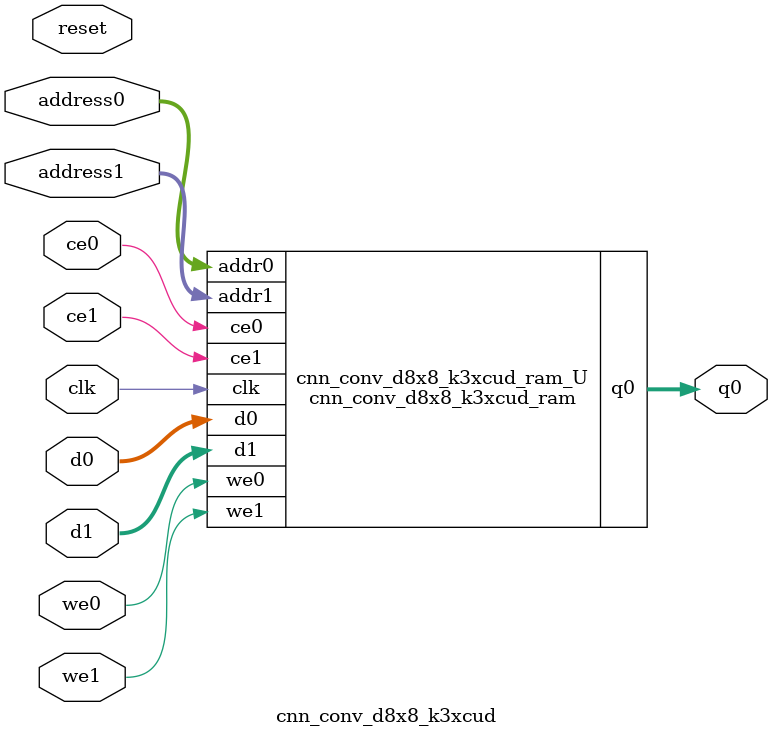
<source format=v>

`timescale 1 ns / 1 ps
module cnn_conv_d8x8_k3xcud_ram (addr0, ce0, d0, we0, q0, addr1, ce1, d1, we1,  clk);

parameter DWIDTH = 32;
parameter AWIDTH = 3;
parameter MEM_SIZE = 8;

input[AWIDTH-1:0] addr0;
input ce0;
input[DWIDTH-1:0] d0;
input we0;
output reg[DWIDTH-1:0] q0;
input[AWIDTH-1:0] addr1;
input ce1;
input[DWIDTH-1:0] d1;
input we1;
input clk;

(* ram_style = "block" *)reg [DWIDTH-1:0] ram[0:MEM_SIZE-1];




always @(posedge clk)  
begin 
    if (ce0) 
    begin
        if (we0) 
        begin 
            ram[addr0] <= d0; 
            q0 <= d0;
        end 
        else 
            q0 <= ram[addr0];
    end
end


always @(posedge clk)  
begin 
    if (ce1) 
    begin
        if (we1) 
        begin 
            ram[addr1] <= d1; 
        end 
    end
end


endmodule


`timescale 1 ns / 1 ps
module cnn_conv_d8x8_k3xcud(
    reset,
    clk,
    address0,
    ce0,
    we0,
    d0,
    q0,
    address1,
    ce1,
    we1,
    d1);

parameter DataWidth = 32'd32;
parameter AddressRange = 32'd8;
parameter AddressWidth = 32'd3;
input reset;
input clk;
input[AddressWidth - 1:0] address0;
input ce0;
input we0;
input[DataWidth - 1:0] d0;
output[DataWidth - 1:0] q0;
input[AddressWidth - 1:0] address1;
input ce1;
input we1;
input[DataWidth - 1:0] d1;



cnn_conv_d8x8_k3xcud_ram cnn_conv_d8x8_k3xcud_ram_U(
    .clk( clk ),
    .addr0( address0 ),
    .ce0( ce0 ),
    .d0( d0 ),
    .we0( we0 ),
    .q0( q0 ),
    .addr1( address1 ),
    .ce1( ce1 ),
    .d1( d1 ),
    .we1( we1 ));

endmodule


</source>
